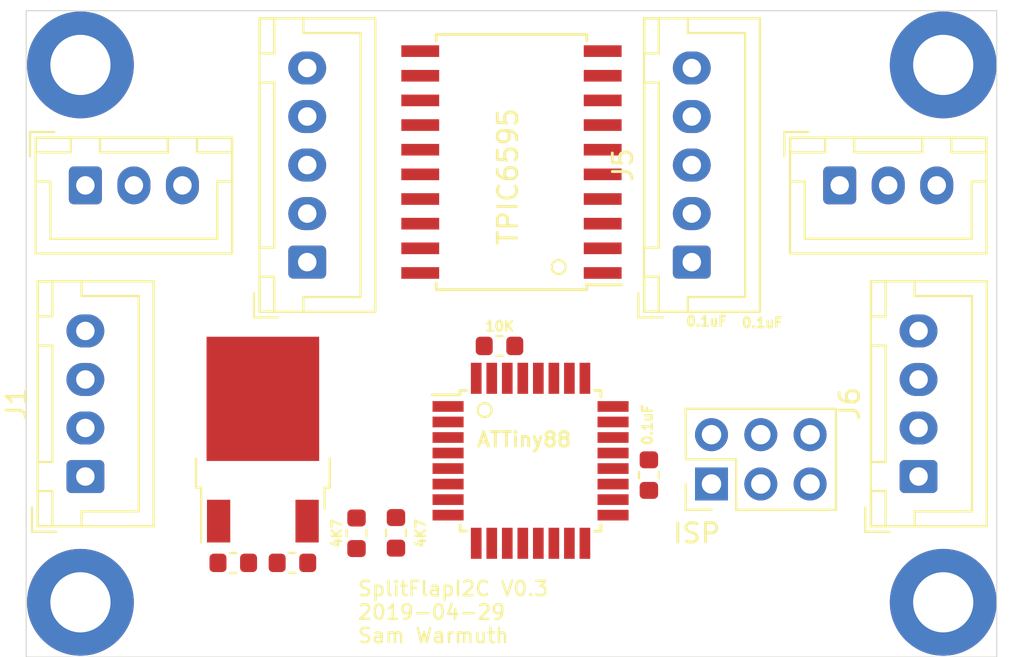
<source format=kicad_pcb>
(kicad_pcb (version 20171130) (host pcbnew "(5.1.0-0)")

  (general
    (thickness 1.6)
    (drawings 16)
    (tracks 4)
    (zones 0)
    (modules 16)
    (nets 42)
  )

  (page A4)
  (layers
    (0 F.Cu signal)
    (31 B.Cu signal)
    (32 B.Adhes user)
    (33 F.Adhes user)
    (34 B.Paste user)
    (35 F.Paste user)
    (36 B.SilkS user)
    (37 F.SilkS user)
    (38 B.Mask user)
    (39 F.Mask user)
    (40 Dwgs.User user)
    (41 Cmts.User user)
    (42 Eco1.User user)
    (43 Eco2.User user)
    (44 Edge.Cuts user)
    (45 Margin user)
    (46 B.CrtYd user)
    (47 F.CrtYd user)
    (48 B.Fab user)
    (49 F.Fab user)
  )

  (setup
    (last_trace_width 0.25)
    (user_trace_width 0.5)
    (user_trace_width 2)
    (trace_clearance 0.2)
    (zone_clearance 0.508)
    (zone_45_only no)
    (trace_min 0.2)
    (via_size 0.8)
    (via_drill 0.4)
    (via_min_size 0.4)
    (via_min_drill 0.3)
    (user_via 2 0.5)
    (user_via 5.5 3.1)
    (uvia_size 0.3)
    (uvia_drill 0.1)
    (uvias_allowed no)
    (uvia_min_size 0.2)
    (uvia_min_drill 0.1)
    (edge_width 0.05)
    (segment_width 0.2)
    (pcb_text_width 0.3)
    (pcb_text_size 1.5 1.5)
    (mod_edge_width 0.12)
    (mod_text_size 1 1)
    (mod_text_width 0.15)
    (pad_size 1.2 1.2)
    (pad_drill 1.2)
    (pad_to_mask_clearance 0.051)
    (solder_mask_min_width 0.25)
    (aux_axis_origin 0 0)
    (grid_origin 100 100)
    (visible_elements FFFDFF7F)
    (pcbplotparams
      (layerselection 0x010ec_ffffffff)
      (usegerberextensions false)
      (usegerberattributes false)
      (usegerberadvancedattributes false)
      (creategerberjobfile false)
      (excludeedgelayer true)
      (linewidth 0.100000)
      (plotframeref false)
      (viasonmask false)
      (mode 1)
      (useauxorigin false)
      (hpglpennumber 1)
      (hpglpenspeed 20)
      (hpglpendiameter 15.000000)
      (psnegative false)
      (psa4output false)
      (plotreference true)
      (plotvalue true)
      (plotinvisibletext false)
      (padsonsilk false)
      (subtractmaskfromsilk false)
      (outputformat 1)
      (mirror false)
      (drillshape 0)
      (scaleselection 1)
      (outputdirectory "./"))
  )

  (net 0 "")
  (net 1 GND)
  (net 2 +5V)
  (net 3 +12V)
  (net 4 SCL)
  (net 5 SDA)
  (net 6 "Net-(J2-Pad3)")
  (net 7 "Net-(J3-Pad3)")
  (net 8 "Net-(J4-Pad1)")
  (net 9 "Net-(J4-Pad2)")
  (net 10 "Net-(J4-Pad3)")
  (net 11 "Net-(J4-Pad4)")
  (net 12 "Net-(J5-Pad4)")
  (net 13 "Net-(J5-Pad3)")
  (net 14 "Net-(J5-Pad2)")
  (net 15 "Net-(J5-Pad1)")
  (net 16 MISO)
  (net 17 "Net-(J7-Pad2)")
  (net 18 SCK)
  (net 19 MOSI)
  (net 20 RST)
  (net 21 "Net-(U2-Pad2)")
  (net 22 "Net-(U2-Pad3)")
  (net 23 "Net-(U2-Pad6)")
  (net 24 "Net-(U2-Pad7)")
  (net 25 "Net-(U2-Pad8)")
  (net 26 "Net-(U2-Pad9)")
  (net 27 "Net-(U2-Pad10)")
  (net 28 "Net-(U2-Pad11)")
  (net 29 "Net-(U2-Pad12)")
  (net 30 TPIC-ENABLE)
  (net 31 SS)
  (net 32 "Net-(U2-Pad19)")
  (net 33 "Net-(U2-Pad20)")
  (net 34 "Net-(U2-Pad22)")
  (net 35 "Net-(U2-Pad23)")
  (net 36 "Net-(U2-Pad24)")
  (net 37 "Net-(U2-Pad25)")
  (net 38 "Net-(U2-Pad26)")
  (net 39 "Net-(U2-Pad30)")
  (net 40 "Net-(U2-Pad31)")
  (net 41 "Net-(U3-Pad18)")

  (net_class Default "This is the default net class."
    (clearance 0.2)
    (trace_width 0.25)
    (via_dia 0.8)
    (via_drill 0.4)
    (uvia_dia 0.3)
    (uvia_drill 0.1)
    (add_net +12V)
    (add_net +5V)
    (add_net GND)
    (add_net MISO)
    (add_net MOSI)
    (add_net "Net-(J2-Pad3)")
    (add_net "Net-(J3-Pad3)")
    (add_net "Net-(J4-Pad1)")
    (add_net "Net-(J4-Pad2)")
    (add_net "Net-(J4-Pad3)")
    (add_net "Net-(J4-Pad4)")
    (add_net "Net-(J5-Pad1)")
    (add_net "Net-(J5-Pad2)")
    (add_net "Net-(J5-Pad3)")
    (add_net "Net-(J5-Pad4)")
    (add_net "Net-(J7-Pad2)")
    (add_net "Net-(U2-Pad10)")
    (add_net "Net-(U2-Pad11)")
    (add_net "Net-(U2-Pad12)")
    (add_net "Net-(U2-Pad19)")
    (add_net "Net-(U2-Pad2)")
    (add_net "Net-(U2-Pad20)")
    (add_net "Net-(U2-Pad22)")
    (add_net "Net-(U2-Pad23)")
    (add_net "Net-(U2-Pad24)")
    (add_net "Net-(U2-Pad25)")
    (add_net "Net-(U2-Pad26)")
    (add_net "Net-(U2-Pad3)")
    (add_net "Net-(U2-Pad30)")
    (add_net "Net-(U2-Pad31)")
    (add_net "Net-(U2-Pad6)")
    (add_net "Net-(U2-Pad7)")
    (add_net "Net-(U2-Pad8)")
    (add_net "Net-(U2-Pad9)")
    (add_net "Net-(U3-Pad18)")
    (add_net RST)
    (add_net SCK)
    (add_net SCL)
    (add_net SDA)
    (add_net SS)
    (add_net TPIC-ENABLE)
  )

  (module Package_TO_SOT_SMD:TO-252-2 (layer F.Cu) (tedit 5A70A390) (tstamp 5CC78D5C)
    (at 112.192 122.098 90)
    (descr "TO-252 / DPAK SMD package, http://www.infineon.com/cms/en/product/packages/PG-TO252/PG-TO252-3-1/")
    (tags "DPAK TO-252 DPAK-3 TO-252-3 SOT-428")
    (path /5CC1DA23)
    (attr smd)
    (fp_text reference U1 (at 0 -4.5 90) (layer F.SilkS) hide
      (effects (font (size 1 1) (thickness 0.15)))
    )
    (fp_text value REGULATOR (at 0 4.5 90) (layer F.Fab)
      (effects (font (size 1 1) (thickness 0.15)))
    )
    (fp_text user %R (at 0 0 90) (layer F.Fab)
      (effects (font (size 1 1) (thickness 0.15)))
    )
    (fp_line (start 5.55 -3.5) (end -5.55 -3.5) (layer F.CrtYd) (width 0.05))
    (fp_line (start 5.55 3.5) (end 5.55 -3.5) (layer F.CrtYd) (width 0.05))
    (fp_line (start -5.55 3.5) (end 5.55 3.5) (layer F.CrtYd) (width 0.05))
    (fp_line (start -5.55 -3.5) (end -5.55 3.5) (layer F.CrtYd) (width 0.05))
    (fp_line (start -2.47 3.18) (end -3.57 3.18) (layer F.SilkS) (width 0.12))
    (fp_line (start -2.47 3.45) (end -2.47 3.18) (layer F.SilkS) (width 0.12))
    (fp_line (start -0.97 3.45) (end -2.47 3.45) (layer F.SilkS) (width 0.12))
    (fp_line (start -2.47 -3.18) (end -5.3 -3.18) (layer F.SilkS) (width 0.12))
    (fp_line (start -2.47 -3.45) (end -2.47 -3.18) (layer F.SilkS) (width 0.12))
    (fp_line (start -0.97 -3.45) (end -2.47 -3.45) (layer F.SilkS) (width 0.12))
    (fp_line (start -4.97 2.655) (end -2.27 2.655) (layer F.Fab) (width 0.1))
    (fp_line (start -4.97 1.905) (end -4.97 2.655) (layer F.Fab) (width 0.1))
    (fp_line (start -2.27 1.905) (end -4.97 1.905) (layer F.Fab) (width 0.1))
    (fp_line (start -4.97 -1.905) (end -2.27 -1.905) (layer F.Fab) (width 0.1))
    (fp_line (start -4.97 -2.655) (end -4.97 -1.905) (layer F.Fab) (width 0.1))
    (fp_line (start -1.865 -2.655) (end -4.97 -2.655) (layer F.Fab) (width 0.1))
    (fp_line (start -1.27 -3.25) (end 3.95 -3.25) (layer F.Fab) (width 0.1))
    (fp_line (start -2.27 -2.25) (end -1.27 -3.25) (layer F.Fab) (width 0.1))
    (fp_line (start -2.27 3.25) (end -2.27 -2.25) (layer F.Fab) (width 0.1))
    (fp_line (start 3.95 3.25) (end -2.27 3.25) (layer F.Fab) (width 0.1))
    (fp_line (start 3.95 -3.25) (end 3.95 3.25) (layer F.Fab) (width 0.1))
    (fp_line (start 4.95 2.7) (end 3.95 2.7) (layer F.Fab) (width 0.1))
    (fp_line (start 4.95 -2.7) (end 4.95 2.7) (layer F.Fab) (width 0.1))
    (fp_line (start 3.95 -2.7) (end 4.95 -2.7) (layer F.Fab) (width 0.1))
    (pad "" smd rect (at 0.425 1.525 90) (size 3.05 2.75) (layers F.Paste))
    (pad "" smd rect (at 3.775 -1.525 90) (size 3.05 2.75) (layers F.Paste))
    (pad "" smd rect (at 0.425 -1.525 90) (size 3.05 2.75) (layers F.Paste))
    (pad "" smd rect (at 3.775 1.525 90) (size 3.05 2.75) (layers F.Paste))
    (pad 2 smd rect (at 2.1 0 90) (size 6.4 5.8) (layers F.Cu F.Mask)
      (net 1 GND))
    (pad 3 smd rect (at -4.2 2.28 90) (size 2.2 1.2) (layers F.Cu F.Paste F.Mask)
      (net 2 +5V))
    (pad 1 smd rect (at -4.2 -2.28 90) (size 2.2 1.2) (layers F.Cu F.Paste F.Mask)
      (net 3 +12V))
    (model ${KISYS3DMOD}/Package_TO_SOT_SMD.3dshapes/TO-252-2.wrl
      (at (xyz 0 0 0))
      (scale (xyz 1 1 1))
      (rotate (xyz 0 0 0))
    )
  )

  (module Package_SO:SOIC-20W_7.5x12.8mm_P1.27mm (layer F.Cu) (tedit 5A02F2D3) (tstamp 5CC75DE5)
    (at 125 107.798 180)
    (descr "20-Lead Plastic Small Outline (SO) - Wide, 7.50 mm Body [SOIC] (see Microchip Packaging Specification 00000049BS.pdf)")
    (tags "SOIC 1.27")
    (path /5CC1439F)
    (attr smd)
    (fp_text reference U3 (at 0 -7.5 180) (layer F.SilkS) hide
      (effects (font (size 1 1) (thickness 0.15)))
    )
    (fp_text value TPIC6595 (at 0 7.5 180) (layer F.Fab)
      (effects (font (size 1 1) (thickness 0.15)))
    )
    (fp_text user %R (at 0 0 180) (layer F.Fab) hide
      (effects (font (size 1 1) (thickness 0.15)))
    )
    (fp_line (start -2.75 -6.4) (end 3.75 -6.4) (layer F.Fab) (width 0.15))
    (fp_line (start 3.75 -6.4) (end 3.75 6.4) (layer F.Fab) (width 0.15))
    (fp_line (start 3.75 6.4) (end -3.75 6.4) (layer F.Fab) (width 0.15))
    (fp_line (start -3.75 6.4) (end -3.75 -5.4) (layer F.Fab) (width 0.15))
    (fp_line (start -3.75 -5.4) (end -2.75 -6.4) (layer F.Fab) (width 0.15))
    (fp_line (start -5.95 -6.75) (end -5.95 6.75) (layer F.CrtYd) (width 0.05))
    (fp_line (start 5.95 -6.75) (end 5.95 6.75) (layer F.CrtYd) (width 0.05))
    (fp_line (start -5.95 -6.75) (end 5.95 -6.75) (layer F.CrtYd) (width 0.05))
    (fp_line (start -5.95 6.75) (end 5.95 6.75) (layer F.CrtYd) (width 0.05))
    (fp_line (start -3.875 -6.575) (end -3.875 -6.325) (layer F.SilkS) (width 0.15))
    (fp_line (start 3.875 -6.575) (end 3.875 -6.24) (layer F.SilkS) (width 0.15))
    (fp_line (start 3.875 6.575) (end 3.875 6.24) (layer F.SilkS) (width 0.15))
    (fp_line (start -3.875 6.575) (end -3.875 6.24) (layer F.SilkS) (width 0.15))
    (fp_line (start -3.875 -6.575) (end 3.875 -6.575) (layer F.SilkS) (width 0.15))
    (fp_line (start -3.875 6.575) (end 3.875 6.575) (layer F.SilkS) (width 0.15))
    (fp_line (start -3.875 -6.325) (end -5.675 -6.325) (layer F.SilkS) (width 0.15))
    (pad 1 smd rect (at -4.7 -5.715 180) (size 1.95 0.6) (layers F.Cu F.Paste F.Mask)
      (net 1 GND))
    (pad 2 smd rect (at -4.7 -4.445 180) (size 1.95 0.6) (layers F.Cu F.Paste F.Mask)
      (net 2 +5V))
    (pad 3 smd rect (at -4.7 -3.175 180) (size 1.95 0.6) (layers F.Cu F.Paste F.Mask)
      (net 19 MOSI))
    (pad 4 smd rect (at -4.7 -1.905 180) (size 1.95 0.6) (layers F.Cu F.Paste F.Mask)
      (net 15 "Net-(J5-Pad1)"))
    (pad 5 smd rect (at -4.7 -0.635 180) (size 1.95 0.6) (layers F.Cu F.Paste F.Mask)
      (net 14 "Net-(J5-Pad2)"))
    (pad 6 smd rect (at -4.7 0.635 180) (size 1.95 0.6) (layers F.Cu F.Paste F.Mask)
      (net 13 "Net-(J5-Pad3)"))
    (pad 7 smd rect (at -4.7 1.905 180) (size 1.95 0.6) (layers F.Cu F.Paste F.Mask)
      (net 12 "Net-(J5-Pad4)"))
    (pad 8 smd rect (at -4.7 3.175 180) (size 1.95 0.6) (layers F.Cu F.Paste F.Mask)
      (net 2 +5V))
    (pad 9 smd rect (at -4.7 4.445 180) (size 1.95 0.6) (layers F.Cu F.Paste F.Mask)
      (net 30 TPIC-ENABLE))
    (pad 10 smd rect (at -4.7 5.715 180) (size 1.95 0.6) (layers F.Cu F.Paste F.Mask)
      (net 1 GND))
    (pad 11 smd rect (at 4.7 5.715 180) (size 1.95 0.6) (layers F.Cu F.Paste F.Mask)
      (net 1 GND))
    (pad 12 smd rect (at 4.7 4.445 180) (size 1.95 0.6) (layers F.Cu F.Paste F.Mask)
      (net 31 SS))
    (pad 13 smd rect (at 4.7 3.175 180) (size 1.95 0.6) (layers F.Cu F.Paste F.Mask)
      (net 18 SCK))
    (pad 14 smd rect (at 4.7 1.905 180) (size 1.95 0.6) (layers F.Cu F.Paste F.Mask)
      (net 11 "Net-(J4-Pad4)"))
    (pad 15 smd rect (at 4.7 0.635 180) (size 1.95 0.6) (layers F.Cu F.Paste F.Mask)
      (net 10 "Net-(J4-Pad3)"))
    (pad 16 smd rect (at 4.7 -0.635 180) (size 1.95 0.6) (layers F.Cu F.Paste F.Mask)
      (net 9 "Net-(J4-Pad2)"))
    (pad 17 smd rect (at 4.7 -1.905 180) (size 1.95 0.6) (layers F.Cu F.Paste F.Mask)
      (net 8 "Net-(J4-Pad1)"))
    (pad 18 smd rect (at 4.7 -3.175 180) (size 1.95 0.6) (layers F.Cu F.Paste F.Mask)
      (net 41 "Net-(U3-Pad18)"))
    (pad 19 smd rect (at 4.7 -4.445 180) (size 1.95 0.6) (layers F.Cu F.Paste F.Mask)
      (net 1 GND))
    (pad 20 smd rect (at 4.7 -5.715 180) (size 1.95 0.6) (layers F.Cu F.Paste F.Mask)
      (net 1 GND))
    (model ${KISYS3DMOD}/Package_SO.3dshapes/SOIC-20W_7.5x12.8mm_P1.27mm.wrl
      (at (xyz 0 0 0))
      (scale (xyz 1 1 1))
      (rotate (xyz 0 0 0))
    )
  )

  (module Connector_PinHeader_2.54mm:PinHeader_2x03_P2.54mm_Vertical (layer F.Cu) (tedit 59FED5CC) (tstamp 5CC17077)
    (at 135.306 124.384 90)
    (descr "Through hole straight pin header, 2x03, 2.54mm pitch, double rows")
    (tags "Through hole pin header THT 2x03 2.54mm double row")
    (path /5CC7779B)
    (fp_text reference J7 (at 1.27 -2.33 90) (layer F.SilkS) hide
      (effects (font (size 1 1) (thickness 0.15)))
    )
    (fp_text value AVR-ISP-6 (at 1.27 7.41 90) (layer F.Fab)
      (effects (font (size 1 1) (thickness 0.15)))
    )
    (fp_line (start 0 -1.27) (end 3.81 -1.27) (layer F.Fab) (width 0.1))
    (fp_line (start 3.81 -1.27) (end 3.81 6.35) (layer F.Fab) (width 0.1))
    (fp_line (start 3.81 6.35) (end -1.27 6.35) (layer F.Fab) (width 0.1))
    (fp_line (start -1.27 6.35) (end -1.27 0) (layer F.Fab) (width 0.1))
    (fp_line (start -1.27 0) (end 0 -1.27) (layer F.Fab) (width 0.1))
    (fp_line (start -1.33 6.41) (end 3.87 6.41) (layer F.SilkS) (width 0.12))
    (fp_line (start -1.33 1.27) (end -1.33 6.41) (layer F.SilkS) (width 0.12))
    (fp_line (start 3.87 -1.33) (end 3.87 6.41) (layer F.SilkS) (width 0.12))
    (fp_line (start -1.33 1.27) (end 1.27 1.27) (layer F.SilkS) (width 0.12))
    (fp_line (start 1.27 1.27) (end 1.27 -1.33) (layer F.SilkS) (width 0.12))
    (fp_line (start 1.27 -1.33) (end 3.87 -1.33) (layer F.SilkS) (width 0.12))
    (fp_line (start -1.33 0) (end -1.33 -1.33) (layer F.SilkS) (width 0.12))
    (fp_line (start -1.33 -1.33) (end 0 -1.33) (layer F.SilkS) (width 0.12))
    (fp_line (start -1.8 -1.8) (end -1.8 6.85) (layer F.CrtYd) (width 0.05))
    (fp_line (start -1.8 6.85) (end 4.35 6.85) (layer F.CrtYd) (width 0.05))
    (fp_line (start 4.35 6.85) (end 4.35 -1.8) (layer F.CrtYd) (width 0.05))
    (fp_line (start 4.35 -1.8) (end -1.8 -1.8) (layer F.CrtYd) (width 0.05))
    (fp_text user %R (at 1.27 2.54 180) (layer F.Fab) hide
      (effects (font (size 1 1) (thickness 0.15)))
    )
    (pad 1 thru_hole rect (at 0 0 90) (size 1.7 1.7) (drill 1) (layers *.Cu *.Mask)
      (net 16 MISO))
    (pad 2 thru_hole oval (at 2.54 0 90) (size 1.7 1.7) (drill 1) (layers *.Cu *.Mask)
      (net 17 "Net-(J7-Pad2)"))
    (pad 3 thru_hole oval (at 0 2.54 90) (size 1.7 1.7) (drill 1) (layers *.Cu *.Mask)
      (net 18 SCK))
    (pad 4 thru_hole oval (at 2.54 2.54 90) (size 1.7 1.7) (drill 1) (layers *.Cu *.Mask)
      (net 19 MOSI))
    (pad 5 thru_hole oval (at 0 5.08 90) (size 1.7 1.7) (drill 1) (layers *.Cu *.Mask)
      (net 20 RST))
    (pad 6 thru_hole oval (at 2.54 5.08 90) (size 1.7 1.7) (drill 1) (layers *.Cu *.Mask)
      (net 1 GND))
    (model ${KISYS3DMOD}/Connector_PinHeader_2.54mm.3dshapes/PinHeader_2x03_P2.54mm_Vertical.wrl
      (at (xyz 0 0 0))
      (scale (xyz 1 1 1))
      (rotate (xyz 0 0 0))
    )
  )

  (module Package_QFP:TQFP-32_7x7mm_P0.8mm (layer F.Cu) (tedit 5A02F146) (tstamp 5CC7925F)
    (at 125.984 123.19)
    (descr "32-Lead Plastic Thin Quad Flatpack (PT) - 7x7x1.0 mm Body, 2.00 mm [TQFP] (see Microchip Packaging Specification 00000049BS.pdf)")
    (tags "QFP 0.8")
    (path /5CC10A0D)
    (attr smd)
    (fp_text reference U2 (at 0 -6.05) (layer F.SilkS) hide
      (effects (font (size 1 1) (thickness 0.15)))
    )
    (fp_text value ATtiny88-AU (at 0 6.05) (layer F.Fab)
      (effects (font (size 1 1) (thickness 0.15)))
    )
    (fp_text user %R (at 0 0) (layer F.Fab) hide
      (effects (font (size 1 1) (thickness 0.15)))
    )
    (fp_line (start -2.5 -3.5) (end 3.5 -3.5) (layer F.Fab) (width 0.15))
    (fp_line (start 3.5 -3.5) (end 3.5 3.5) (layer F.Fab) (width 0.15))
    (fp_line (start 3.5 3.5) (end -3.5 3.5) (layer F.Fab) (width 0.15))
    (fp_line (start -3.5 3.5) (end -3.5 -2.5) (layer F.Fab) (width 0.15))
    (fp_line (start -3.5 -2.5) (end -2.5 -3.5) (layer F.Fab) (width 0.15))
    (fp_line (start -5.3 -5.3) (end -5.3 5.3) (layer F.CrtYd) (width 0.05))
    (fp_line (start 5.3 -5.3) (end 5.3 5.3) (layer F.CrtYd) (width 0.05))
    (fp_line (start -5.3 -5.3) (end 5.3 -5.3) (layer F.CrtYd) (width 0.05))
    (fp_line (start -5.3 5.3) (end 5.3 5.3) (layer F.CrtYd) (width 0.05))
    (fp_line (start -3.625 -3.625) (end -3.625 -3.4) (layer F.SilkS) (width 0.15))
    (fp_line (start 3.625 -3.625) (end 3.625 -3.3) (layer F.SilkS) (width 0.15))
    (fp_line (start 3.625 3.625) (end 3.625 3.3) (layer F.SilkS) (width 0.15))
    (fp_line (start -3.625 3.625) (end -3.625 3.3) (layer F.SilkS) (width 0.15))
    (fp_line (start -3.625 -3.625) (end -3.3 -3.625) (layer F.SilkS) (width 0.15))
    (fp_line (start -3.625 3.625) (end -3.3 3.625) (layer F.SilkS) (width 0.15))
    (fp_line (start 3.625 3.625) (end 3.3 3.625) (layer F.SilkS) (width 0.15))
    (fp_line (start 3.625 -3.625) (end 3.3 -3.625) (layer F.SilkS) (width 0.15))
    (fp_line (start -3.625 -3.4) (end -5.05 -3.4) (layer F.SilkS) (width 0.15))
    (pad 1 smd rect (at -4.25 -2.8) (size 1.6 0.55) (layers F.Cu F.Paste F.Mask)
      (net 7 "Net-(J3-Pad3)"))
    (pad 2 smd rect (at -4.25 -2) (size 1.6 0.55) (layers F.Cu F.Paste F.Mask)
      (net 21 "Net-(U2-Pad2)"))
    (pad 3 smd rect (at -4.25 -1.2) (size 1.6 0.55) (layers F.Cu F.Paste F.Mask)
      (net 22 "Net-(U2-Pad3)"))
    (pad 4 smd rect (at -4.25 -0.4) (size 1.6 0.55) (layers F.Cu F.Paste F.Mask)
      (net 2 +5V))
    (pad 5 smd rect (at -4.25 0.4) (size 1.6 0.55) (layers F.Cu F.Paste F.Mask)
      (net 1 GND))
    (pad 6 smd rect (at -4.25 1.2) (size 1.6 0.55) (layers F.Cu F.Paste F.Mask)
      (net 23 "Net-(U2-Pad6)"))
    (pad 7 smd rect (at -4.25 2) (size 1.6 0.55) (layers F.Cu F.Paste F.Mask)
      (net 24 "Net-(U2-Pad7)"))
    (pad 8 smd rect (at -4.25 2.8) (size 1.6 0.55) (layers F.Cu F.Paste F.Mask)
      (net 25 "Net-(U2-Pad8)"))
    (pad 9 smd rect (at -2.8 4.25 90) (size 1.6 0.55) (layers F.Cu F.Paste F.Mask)
      (net 26 "Net-(U2-Pad9)"))
    (pad 10 smd rect (at -2 4.25 90) (size 1.6 0.55) (layers F.Cu F.Paste F.Mask)
      (net 27 "Net-(U2-Pad10)"))
    (pad 11 smd rect (at -1.2 4.25 90) (size 1.6 0.55) (layers F.Cu F.Paste F.Mask)
      (net 28 "Net-(U2-Pad11)"))
    (pad 12 smd rect (at -0.4 4.25 90) (size 1.6 0.55) (layers F.Cu F.Paste F.Mask)
      (net 29 "Net-(U2-Pad12)"))
    (pad 13 smd rect (at 0.4 4.25 90) (size 1.6 0.55) (layers F.Cu F.Paste F.Mask)
      (net 30 TPIC-ENABLE))
    (pad 14 smd rect (at 1.2 4.25 90) (size 1.6 0.55) (layers F.Cu F.Paste F.Mask)
      (net 31 SS))
    (pad 15 smd rect (at 2 4.25 90) (size 1.6 0.55) (layers F.Cu F.Paste F.Mask)
      (net 19 MOSI))
    (pad 16 smd rect (at 2.8 4.25 90) (size 1.6 0.55) (layers F.Cu F.Paste F.Mask)
      (net 16 MISO))
    (pad 17 smd rect (at 4.25 2.8) (size 1.6 0.55) (layers F.Cu F.Paste F.Mask)
      (net 18 SCK))
    (pad 18 smd rect (at 4.25 2) (size 1.6 0.55) (layers F.Cu F.Paste F.Mask)
      (net 2 +5V))
    (pad 19 smd rect (at 4.25 1.2) (size 1.6 0.55) (layers F.Cu F.Paste F.Mask)
      (net 32 "Net-(U2-Pad19)"))
    (pad 20 smd rect (at 4.25 0.4) (size 1.6 0.55) (layers F.Cu F.Paste F.Mask)
      (net 33 "Net-(U2-Pad20)"))
    (pad 21 smd rect (at 4.25 -0.4) (size 1.6 0.55) (layers F.Cu F.Paste F.Mask)
      (net 1 GND))
    (pad 22 smd rect (at 4.25 -1.2) (size 1.6 0.55) (layers F.Cu F.Paste F.Mask)
      (net 34 "Net-(U2-Pad22)"))
    (pad 23 smd rect (at 4.25 -2) (size 1.6 0.55) (layers F.Cu F.Paste F.Mask)
      (net 35 "Net-(U2-Pad23)"))
    (pad 24 smd rect (at 4.25 -2.8) (size 1.6 0.55) (layers F.Cu F.Paste F.Mask)
      (net 36 "Net-(U2-Pad24)"))
    (pad 25 smd rect (at 2.8 -4.25 90) (size 1.6 0.55) (layers F.Cu F.Paste F.Mask)
      (net 37 "Net-(U2-Pad25)"))
    (pad 26 smd rect (at 2 -4.25 90) (size 1.6 0.55) (layers F.Cu F.Paste F.Mask)
      (net 38 "Net-(U2-Pad26)"))
    (pad 27 smd rect (at 1.2 -4.25 90) (size 1.6 0.55) (layers F.Cu F.Paste F.Mask)
      (net 5 SDA))
    (pad 28 smd rect (at 0.4 -4.25 90) (size 1.6 0.55) (layers F.Cu F.Paste F.Mask)
      (net 4 SCL))
    (pad 29 smd rect (at -0.4 -4.25 90) (size 1.6 0.55) (layers F.Cu F.Paste F.Mask)
      (net 20 RST))
    (pad 30 smd rect (at -1.2 -4.25 90) (size 1.6 0.55) (layers F.Cu F.Paste F.Mask)
      (net 39 "Net-(U2-Pad30)"))
    (pad 31 smd rect (at -2 -4.25 90) (size 1.6 0.55) (layers F.Cu F.Paste F.Mask)
      (net 40 "Net-(U2-Pad31)"))
    (pad 32 smd rect (at -2.8 -4.25 90) (size 1.6 0.55) (layers F.Cu F.Paste F.Mask)
      (net 6 "Net-(J2-Pad3)"))
    (model ${KISYS3DMOD}/Package_QFP.3dshapes/TQFP-32_7x7mm_P0.8mm.wrl
      (at (xyz 0 0 0))
      (scale (xyz 1 1 1))
      (rotate (xyz 0 0 0))
    )
  )

  (module Capacitor_SMD:C_0603_1608Metric (layer F.Cu) (tedit 5B301BBE) (tstamp 5CC78D19)
    (at 113.716 128.448)
    (descr "Capacitor SMD 0603 (1608 Metric), square (rectangular) end terminal, IPC_7351 nominal, (Body size source: http://www.tortai-tech.com/upload/download/2011102023233369053.pdf), generated with kicad-footprint-generator")
    (tags capacitor)
    (path /5CC6F529)
    (attr smd)
    (fp_text reference C1 (at 0 -1.43) (layer F.SilkS) hide
      (effects (font (size 1 1) (thickness 0.15)))
    )
    (fp_text value 0.1uF (at 0 1.43) (layer F.Fab)
      (effects (font (size 1 1) (thickness 0.15)))
    )
    (fp_line (start -0.8 0.4) (end -0.8 -0.4) (layer F.Fab) (width 0.1))
    (fp_line (start -0.8 -0.4) (end 0.8 -0.4) (layer F.Fab) (width 0.1))
    (fp_line (start 0.8 -0.4) (end 0.8 0.4) (layer F.Fab) (width 0.1))
    (fp_line (start 0.8 0.4) (end -0.8 0.4) (layer F.Fab) (width 0.1))
    (fp_line (start -0.162779 -0.51) (end 0.162779 -0.51) (layer F.SilkS) (width 0.12))
    (fp_line (start -0.162779 0.51) (end 0.162779 0.51) (layer F.SilkS) (width 0.12))
    (fp_line (start -1.48 0.73) (end -1.48 -0.73) (layer F.CrtYd) (width 0.05))
    (fp_line (start -1.48 -0.73) (end 1.48 -0.73) (layer F.CrtYd) (width 0.05))
    (fp_line (start 1.48 -0.73) (end 1.48 0.73) (layer F.CrtYd) (width 0.05))
    (fp_line (start 1.48 0.73) (end -1.48 0.73) (layer F.CrtYd) (width 0.05))
    (fp_text user %R (at 0 0) (layer F.Fab)
      (effects (font (size 0.4 0.4) (thickness 0.06)))
    )
    (pad 1 smd roundrect (at -0.7875 0) (size 0.875 0.95) (layers F.Cu F.Paste F.Mask) (roundrect_rratio 0.25)
      (net 1 GND))
    (pad 2 smd roundrect (at 0.7875 0) (size 0.875 0.95) (layers F.Cu F.Paste F.Mask) (roundrect_rratio 0.25)
      (net 2 +5V))
    (model ${KISYS3DMOD}/Capacitor_SMD.3dshapes/C_0603_1608Metric.wrl
      (at (xyz 0 0 0))
      (scale (xyz 1 1 1))
      (rotate (xyz 0 0 0))
    )
  )

  (module Capacitor_SMD:C_0603_1608Metric (layer F.Cu) (tedit 5B301BBE) (tstamp 5CC78CE9)
    (at 110.668 128.448)
    (descr "Capacitor SMD 0603 (1608 Metric), square (rectangular) end terminal, IPC_7351 nominal, (Body size source: http://www.tortai-tech.com/upload/download/2011102023233369053.pdf), generated with kicad-footprint-generator")
    (tags capacitor)
    (path /5CC1F5A7)
    (attr smd)
    (fp_text reference C2 (at 0 -1.43) (layer F.SilkS) hide
      (effects (font (size 1 1) (thickness 0.15)))
    )
    (fp_text value 0.1uF (at 0 1.43) (layer F.Fab)
      (effects (font (size 1 1) (thickness 0.15)))
    )
    (fp_line (start -0.8 0.4) (end -0.8 -0.4) (layer F.Fab) (width 0.1))
    (fp_line (start -0.8 -0.4) (end 0.8 -0.4) (layer F.Fab) (width 0.1))
    (fp_line (start 0.8 -0.4) (end 0.8 0.4) (layer F.Fab) (width 0.1))
    (fp_line (start 0.8 0.4) (end -0.8 0.4) (layer F.Fab) (width 0.1))
    (fp_line (start -0.162779 -0.51) (end 0.162779 -0.51) (layer F.SilkS) (width 0.12))
    (fp_line (start -0.162779 0.51) (end 0.162779 0.51) (layer F.SilkS) (width 0.12))
    (fp_line (start -1.48 0.73) (end -1.48 -0.73) (layer F.CrtYd) (width 0.05))
    (fp_line (start -1.48 -0.73) (end 1.48 -0.73) (layer F.CrtYd) (width 0.05))
    (fp_line (start 1.48 -0.73) (end 1.48 0.73) (layer F.CrtYd) (width 0.05))
    (fp_line (start 1.48 0.73) (end -1.48 0.73) (layer F.CrtYd) (width 0.05))
    (fp_text user %R (at 0 0) (layer F.Fab)
      (effects (font (size 0.4 0.4) (thickness 0.06)))
    )
    (pad 1 smd roundrect (at -0.7875 0) (size 0.875 0.95) (layers F.Cu F.Paste F.Mask) (roundrect_rratio 0.25)
      (net 3 +12V))
    (pad 2 smd roundrect (at 0.7875 0) (size 0.875 0.95) (layers F.Cu F.Paste F.Mask) (roundrect_rratio 0.25)
      (net 1 GND))
    (model ${KISYS3DMOD}/Capacitor_SMD.3dshapes/C_0603_1608Metric.wrl
      (at (xyz 0 0 0))
      (scale (xyz 1 1 1))
      (rotate (xyz 0 0 0))
    )
  )

  (module Capacitor_SMD:C_0603_1608Metric (layer F.Cu) (tedit 5B301BBE) (tstamp 5CC79209)
    (at 132.08 123.9265 90)
    (descr "Capacitor SMD 0603 (1608 Metric), square (rectangular) end terminal, IPC_7351 nominal, (Body size source: http://www.tortai-tech.com/upload/download/2011102023233369053.pdf), generated with kicad-footprint-generator")
    (tags capacitor)
    (path /5CC6BBE9)
    (attr smd)
    (fp_text reference C3 (at 0 -1.43 90) (layer F.SilkS) hide
      (effects (font (size 1 1) (thickness 0.15)))
    )
    (fp_text value 0.1uF (at 0 1.43 90) (layer F.Fab)
      (effects (font (size 1 1) (thickness 0.15)))
    )
    (fp_text user %R (at 0 0 90) (layer F.Fab)
      (effects (font (size 0.4 0.4) (thickness 0.06)))
    )
    (fp_line (start 1.48 0.73) (end -1.48 0.73) (layer F.CrtYd) (width 0.05))
    (fp_line (start 1.48 -0.73) (end 1.48 0.73) (layer F.CrtYd) (width 0.05))
    (fp_line (start -1.48 -0.73) (end 1.48 -0.73) (layer F.CrtYd) (width 0.05))
    (fp_line (start -1.48 0.73) (end -1.48 -0.73) (layer F.CrtYd) (width 0.05))
    (fp_line (start -0.162779 0.51) (end 0.162779 0.51) (layer F.SilkS) (width 0.12))
    (fp_line (start -0.162779 -0.51) (end 0.162779 -0.51) (layer F.SilkS) (width 0.12))
    (fp_line (start 0.8 0.4) (end -0.8 0.4) (layer F.Fab) (width 0.1))
    (fp_line (start 0.8 -0.4) (end 0.8 0.4) (layer F.Fab) (width 0.1))
    (fp_line (start -0.8 -0.4) (end 0.8 -0.4) (layer F.Fab) (width 0.1))
    (fp_line (start -0.8 0.4) (end -0.8 -0.4) (layer F.Fab) (width 0.1))
    (pad 2 smd roundrect (at 0.7875 0 90) (size 0.875 0.95) (layers F.Cu F.Paste F.Mask) (roundrect_rratio 0.25)
      (net 1 GND))
    (pad 1 smd roundrect (at -0.7875 0 90) (size 0.875 0.95) (layers F.Cu F.Paste F.Mask) (roundrect_rratio 0.25)
      (net 2 +5V))
    (model ${KISYS3DMOD}/Capacitor_SMD.3dshapes/C_0603_1608Metric.wrl
      (at (xyz 0 0 0))
      (scale (xyz 1 1 1))
      (rotate (xyz 0 0 0))
    )
  )

  (module Resistor_SMD:R_0603_1608Metric (layer F.Cu) (tedit 5B301BBD) (tstamp 5CC791D9)
    (at 124.384 117.272 180)
    (descr "Resistor SMD 0603 (1608 Metric), square (rectangular) end terminal, IPC_7351 nominal, (Body size source: http://www.tortai-tech.com/upload/download/2011102023233369053.pdf), generated with kicad-footprint-generator")
    (tags resistor)
    (path /5CC48A9E)
    (attr smd)
    (fp_text reference R1 (at 0 -1.43 180) (layer F.SilkS) hide
      (effects (font (size 1 1) (thickness 0.15)))
    )
    (fp_text value 10K (at 0 1.43 180) (layer F.Fab)
      (effects (font (size 1 1) (thickness 0.15)))
    )
    (fp_line (start -0.8 0.4) (end -0.8 -0.4) (layer F.Fab) (width 0.1))
    (fp_line (start -0.8 -0.4) (end 0.8 -0.4) (layer F.Fab) (width 0.1))
    (fp_line (start 0.8 -0.4) (end 0.8 0.4) (layer F.Fab) (width 0.1))
    (fp_line (start 0.8 0.4) (end -0.8 0.4) (layer F.Fab) (width 0.1))
    (fp_line (start -0.162779 -0.51) (end 0.162779 -0.51) (layer F.SilkS) (width 0.12))
    (fp_line (start -0.162779 0.51) (end 0.162779 0.51) (layer F.SilkS) (width 0.12))
    (fp_line (start -1.48 0.73) (end -1.48 -0.73) (layer F.CrtYd) (width 0.05))
    (fp_line (start -1.48 -0.73) (end 1.48 -0.73) (layer F.CrtYd) (width 0.05))
    (fp_line (start 1.48 -0.73) (end 1.48 0.73) (layer F.CrtYd) (width 0.05))
    (fp_line (start 1.48 0.73) (end -1.48 0.73) (layer F.CrtYd) (width 0.05))
    (fp_text user %R (at 0 0 180) (layer F.Fab)
      (effects (font (size 0.4 0.4) (thickness 0.06)))
    )
    (pad 1 smd roundrect (at -0.7875 0 180) (size 0.875 0.95) (layers F.Cu F.Paste F.Mask) (roundrect_rratio 0.25)
      (net 20 RST))
    (pad 2 smd roundrect (at 0.7875 0 180) (size 0.875 0.95) (layers F.Cu F.Paste F.Mask) (roundrect_rratio 0.25)
      (net 2 +5V))
    (model ${KISYS3DMOD}/Resistor_SMD.3dshapes/R_0603_1608Metric.wrl
      (at (xyz 0 0 0))
      (scale (xyz 1 1 1))
      (rotate (xyz 0 0 0))
    )
  )

  (module Resistor_SMD:R_0603_1608Metric (layer F.Cu) (tedit 5B301BBD) (tstamp 5CC78CB9)
    (at 117.018 126.924 270)
    (descr "Resistor SMD 0603 (1608 Metric), square (rectangular) end terminal, IPC_7351 nominal, (Body size source: http://www.tortai-tech.com/upload/download/2011102023233369053.pdf), generated with kicad-footprint-generator")
    (tags resistor)
    (path /5CC6D9CB)
    (attr smd)
    (fp_text reference R2 (at 0 -1.43 270) (layer F.SilkS) hide
      (effects (font (size 1 1) (thickness 0.15)))
    )
    (fp_text value 4K7 (at 0 1.43 270) (layer F.Fab)
      (effects (font (size 1 1) (thickness 0.15)))
    )
    (fp_line (start -0.8 0.4) (end -0.8 -0.4) (layer F.Fab) (width 0.1))
    (fp_line (start -0.8 -0.4) (end 0.8 -0.4) (layer F.Fab) (width 0.1))
    (fp_line (start 0.8 -0.4) (end 0.8 0.4) (layer F.Fab) (width 0.1))
    (fp_line (start 0.8 0.4) (end -0.8 0.4) (layer F.Fab) (width 0.1))
    (fp_line (start -0.162779 -0.51) (end 0.162779 -0.51) (layer F.SilkS) (width 0.12))
    (fp_line (start -0.162779 0.51) (end 0.162779 0.51) (layer F.SilkS) (width 0.12))
    (fp_line (start -1.48 0.73) (end -1.48 -0.73) (layer F.CrtYd) (width 0.05))
    (fp_line (start -1.48 -0.73) (end 1.48 -0.73) (layer F.CrtYd) (width 0.05))
    (fp_line (start 1.48 -0.73) (end 1.48 0.73) (layer F.CrtYd) (width 0.05))
    (fp_line (start 1.48 0.73) (end -1.48 0.73) (layer F.CrtYd) (width 0.05))
    (fp_text user %R (at 0 0 270) (layer F.Fab)
      (effects (font (size 0.4 0.4) (thickness 0.06)))
    )
    (pad 1 smd roundrect (at -0.7875 0 270) (size 0.875 0.95) (layers F.Cu F.Paste F.Mask) (roundrect_rratio 0.25)
      (net 5 SDA))
    (pad 2 smd roundrect (at 0.7875 0 270) (size 0.875 0.95) (layers F.Cu F.Paste F.Mask) (roundrect_rratio 0.25)
      (net 2 +5V))
    (model ${KISYS3DMOD}/Resistor_SMD.3dshapes/R_0603_1608Metric.wrl
      (at (xyz 0 0 0))
      (scale (xyz 1 1 1))
      (rotate (xyz 0 0 0))
    )
  )

  (module Resistor_SMD:R_0603_1608Metric (layer F.Cu) (tedit 5B301BBD) (tstamp 5CC78C89)
    (at 119.05 126.902 270)
    (descr "Resistor SMD 0603 (1608 Metric), square (rectangular) end terminal, IPC_7351 nominal, (Body size source: http://www.tortai-tech.com/upload/download/2011102023233369053.pdf), generated with kicad-footprint-generator")
    (tags resistor)
    (path /5CC6DB71)
    (attr smd)
    (fp_text reference R3 (at 0 -1.43 270) (layer F.SilkS) hide
      (effects (font (size 1 1) (thickness 0.15)))
    )
    (fp_text value 4K7 (at 0 1.43 270) (layer F.Fab)
      (effects (font (size 1 1) (thickness 0.15)))
    )
    (fp_text user %R (at 0 0 270) (layer F.Fab)
      (effects (font (size 0.4 0.4) (thickness 0.06)))
    )
    (fp_line (start 1.48 0.73) (end -1.48 0.73) (layer F.CrtYd) (width 0.05))
    (fp_line (start 1.48 -0.73) (end 1.48 0.73) (layer F.CrtYd) (width 0.05))
    (fp_line (start -1.48 -0.73) (end 1.48 -0.73) (layer F.CrtYd) (width 0.05))
    (fp_line (start -1.48 0.73) (end -1.48 -0.73) (layer F.CrtYd) (width 0.05))
    (fp_line (start -0.162779 0.51) (end 0.162779 0.51) (layer F.SilkS) (width 0.12))
    (fp_line (start -0.162779 -0.51) (end 0.162779 -0.51) (layer F.SilkS) (width 0.12))
    (fp_line (start 0.8 0.4) (end -0.8 0.4) (layer F.Fab) (width 0.1))
    (fp_line (start 0.8 -0.4) (end 0.8 0.4) (layer F.Fab) (width 0.1))
    (fp_line (start -0.8 -0.4) (end 0.8 -0.4) (layer F.Fab) (width 0.1))
    (fp_line (start -0.8 0.4) (end -0.8 -0.4) (layer F.Fab) (width 0.1))
    (pad 2 smd roundrect (at 0.7875 0 270) (size 0.875 0.95) (layers F.Cu F.Paste F.Mask) (roundrect_rratio 0.25)
      (net 2 +5V))
    (pad 1 smd roundrect (at -0.7875 0 270) (size 0.875 0.95) (layers F.Cu F.Paste F.Mask) (roundrect_rratio 0.25)
      (net 4 SCL))
    (model ${KISYS3DMOD}/Resistor_SMD.3dshapes/R_0603_1608Metric.wrl
      (at (xyz 0 0 0))
      (scale (xyz 1 1 1))
      (rotate (xyz 0 0 0))
    )
  )

  (module Connector_JST:JST_XH_B4B-XH-A_1x04_P2.50mm_Vertical (layer F.Cu) (tedit 5C28146C) (tstamp 5CC7B1E6)
    (at 103.048 124 90)
    (descr "JST XH series connector, B4B-XH-A (http://www.jst-mfg.com/product/pdf/eng/eXH.pdf), generated with kicad-footprint-generator")
    (tags "connector JST XH vertical")
    (path /5CC15B7D)
    (fp_text reference J1 (at 3.75 -3.55 90) (layer F.SilkS)
      (effects (font (size 1 1) (thickness 0.15)))
    )
    (fp_text value "INPUT CONN" (at 3.75 4.6 90) (layer F.Fab)
      (effects (font (size 1 1) (thickness 0.15)))
    )
    (fp_text user %R (at 3.75 2.7 90) (layer F.Fab)
      (effects (font (size 1 1) (thickness 0.15)))
    )
    (fp_line (start -2.85 -2.75) (end -2.85 -1.5) (layer F.SilkS) (width 0.12))
    (fp_line (start -1.6 -2.75) (end -2.85 -2.75) (layer F.SilkS) (width 0.12))
    (fp_line (start 9.3 2.75) (end 3.75 2.75) (layer F.SilkS) (width 0.12))
    (fp_line (start 9.3 -0.2) (end 9.3 2.75) (layer F.SilkS) (width 0.12))
    (fp_line (start 10.05 -0.2) (end 9.3 -0.2) (layer F.SilkS) (width 0.12))
    (fp_line (start -1.8 2.75) (end 3.75 2.75) (layer F.SilkS) (width 0.12))
    (fp_line (start -1.8 -0.2) (end -1.8 2.75) (layer F.SilkS) (width 0.12))
    (fp_line (start -2.55 -0.2) (end -1.8 -0.2) (layer F.SilkS) (width 0.12))
    (fp_line (start 10.05 -2.45) (end 8.25 -2.45) (layer F.SilkS) (width 0.12))
    (fp_line (start 10.05 -1.7) (end 10.05 -2.45) (layer F.SilkS) (width 0.12))
    (fp_line (start 8.25 -1.7) (end 10.05 -1.7) (layer F.SilkS) (width 0.12))
    (fp_line (start 8.25 -2.45) (end 8.25 -1.7) (layer F.SilkS) (width 0.12))
    (fp_line (start -0.75 -2.45) (end -2.55 -2.45) (layer F.SilkS) (width 0.12))
    (fp_line (start -0.75 -1.7) (end -0.75 -2.45) (layer F.SilkS) (width 0.12))
    (fp_line (start -2.55 -1.7) (end -0.75 -1.7) (layer F.SilkS) (width 0.12))
    (fp_line (start -2.55 -2.45) (end -2.55 -1.7) (layer F.SilkS) (width 0.12))
    (fp_line (start 6.75 -2.45) (end 0.75 -2.45) (layer F.SilkS) (width 0.12))
    (fp_line (start 6.75 -1.7) (end 6.75 -2.45) (layer F.SilkS) (width 0.12))
    (fp_line (start 0.75 -1.7) (end 6.75 -1.7) (layer F.SilkS) (width 0.12))
    (fp_line (start 0.75 -2.45) (end 0.75 -1.7) (layer F.SilkS) (width 0.12))
    (fp_line (start 0 -1.35) (end 0.625 -2.35) (layer F.Fab) (width 0.1))
    (fp_line (start -0.625 -2.35) (end 0 -1.35) (layer F.Fab) (width 0.1))
    (fp_line (start 10.45 -2.85) (end -2.95 -2.85) (layer F.CrtYd) (width 0.05))
    (fp_line (start 10.45 3.9) (end 10.45 -2.85) (layer F.CrtYd) (width 0.05))
    (fp_line (start -2.95 3.9) (end 10.45 3.9) (layer F.CrtYd) (width 0.05))
    (fp_line (start -2.95 -2.85) (end -2.95 3.9) (layer F.CrtYd) (width 0.05))
    (fp_line (start 10.06 -2.46) (end -2.56 -2.46) (layer F.SilkS) (width 0.12))
    (fp_line (start 10.06 3.51) (end 10.06 -2.46) (layer F.SilkS) (width 0.12))
    (fp_line (start -2.56 3.51) (end 10.06 3.51) (layer F.SilkS) (width 0.12))
    (fp_line (start -2.56 -2.46) (end -2.56 3.51) (layer F.SilkS) (width 0.12))
    (fp_line (start 9.95 -2.35) (end -2.45 -2.35) (layer F.Fab) (width 0.1))
    (fp_line (start 9.95 3.4) (end 9.95 -2.35) (layer F.Fab) (width 0.1))
    (fp_line (start -2.45 3.4) (end 9.95 3.4) (layer F.Fab) (width 0.1))
    (fp_line (start -2.45 -2.35) (end -2.45 3.4) (layer F.Fab) (width 0.1))
    (pad 4 thru_hole oval (at 7.5 0 90) (size 1.7 1.95) (drill 0.95) (layers *.Cu *.Mask)
      (net 3 +12V))
    (pad 3 thru_hole oval (at 5 0 90) (size 1.7 1.95) (drill 0.95) (layers *.Cu *.Mask)
      (net 1 GND))
    (pad 2 thru_hole oval (at 2.5 0 90) (size 1.7 1.95) (drill 0.95) (layers *.Cu *.Mask)
      (net 4 SCL))
    (pad 1 thru_hole roundrect (at 0 0 90) (size 1.7 1.95) (drill 0.95) (layers *.Cu *.Mask) (roundrect_rratio 0.147059)
      (net 5 SDA))
    (model ${KISYS3DMOD}/Connector_JST.3dshapes/JST_XH_B4B-XH-A_1x04_P2.50mm_Vertical.wrl
      (at (xyz 0 0 0))
      (scale (xyz 1 1 1))
      (rotate (xyz 0 0 0))
    )
  )

  (module Connector_JST:JST_XH_B3B-XH-A_1x03_P2.50mm_Vertical (layer F.Cu) (tedit 5C28146C) (tstamp 5CC79B26)
    (at 103.048 109)
    (descr "JST XH series connector, B3B-XH-A (http://www.jst-mfg.com/product/pdf/eng/eXH.pdf), generated with kicad-footprint-generator")
    (tags "connector JST XH vertical")
    (path /5CC1B5A0)
    (fp_text reference J2 (at 2.5 -3.55) (layer F.SilkS) hide
      (effects (font (size 1 1) (thickness 0.15)))
    )
    (fp_text value "HALL 1" (at 2.5 4.6) (layer F.Fab)
      (effects (font (size 1 1) (thickness 0.15)))
    )
    (fp_line (start -2.45 -2.35) (end -2.45 3.4) (layer F.Fab) (width 0.1))
    (fp_line (start -2.45 3.4) (end 7.45 3.4) (layer F.Fab) (width 0.1))
    (fp_line (start 7.45 3.4) (end 7.45 -2.35) (layer F.Fab) (width 0.1))
    (fp_line (start 7.45 -2.35) (end -2.45 -2.35) (layer F.Fab) (width 0.1))
    (fp_line (start -2.56 -2.46) (end -2.56 3.51) (layer F.SilkS) (width 0.12))
    (fp_line (start -2.56 3.51) (end 7.56 3.51) (layer F.SilkS) (width 0.12))
    (fp_line (start 7.56 3.51) (end 7.56 -2.46) (layer F.SilkS) (width 0.12))
    (fp_line (start 7.56 -2.46) (end -2.56 -2.46) (layer F.SilkS) (width 0.12))
    (fp_line (start -2.95 -2.85) (end -2.95 3.9) (layer F.CrtYd) (width 0.05))
    (fp_line (start -2.95 3.9) (end 7.95 3.9) (layer F.CrtYd) (width 0.05))
    (fp_line (start 7.95 3.9) (end 7.95 -2.85) (layer F.CrtYd) (width 0.05))
    (fp_line (start 7.95 -2.85) (end -2.95 -2.85) (layer F.CrtYd) (width 0.05))
    (fp_line (start -0.625 -2.35) (end 0 -1.35) (layer F.Fab) (width 0.1))
    (fp_line (start 0 -1.35) (end 0.625 -2.35) (layer F.Fab) (width 0.1))
    (fp_line (start 0.75 -2.45) (end 0.75 -1.7) (layer F.SilkS) (width 0.12))
    (fp_line (start 0.75 -1.7) (end 4.25 -1.7) (layer F.SilkS) (width 0.12))
    (fp_line (start 4.25 -1.7) (end 4.25 -2.45) (layer F.SilkS) (width 0.12))
    (fp_line (start 4.25 -2.45) (end 0.75 -2.45) (layer F.SilkS) (width 0.12))
    (fp_line (start -2.55 -2.45) (end -2.55 -1.7) (layer F.SilkS) (width 0.12))
    (fp_line (start -2.55 -1.7) (end -0.75 -1.7) (layer F.SilkS) (width 0.12))
    (fp_line (start -0.75 -1.7) (end -0.75 -2.45) (layer F.SilkS) (width 0.12))
    (fp_line (start -0.75 -2.45) (end -2.55 -2.45) (layer F.SilkS) (width 0.12))
    (fp_line (start 5.75 -2.45) (end 5.75 -1.7) (layer F.SilkS) (width 0.12))
    (fp_line (start 5.75 -1.7) (end 7.55 -1.7) (layer F.SilkS) (width 0.12))
    (fp_line (start 7.55 -1.7) (end 7.55 -2.45) (layer F.SilkS) (width 0.12))
    (fp_line (start 7.55 -2.45) (end 5.75 -2.45) (layer F.SilkS) (width 0.12))
    (fp_line (start -2.55 -0.2) (end -1.8 -0.2) (layer F.SilkS) (width 0.12))
    (fp_line (start -1.8 -0.2) (end -1.8 2.75) (layer F.SilkS) (width 0.12))
    (fp_line (start -1.8 2.75) (end 2.5 2.75) (layer F.SilkS) (width 0.12))
    (fp_line (start 7.55 -0.2) (end 6.8 -0.2) (layer F.SilkS) (width 0.12))
    (fp_line (start 6.8 -0.2) (end 6.8 2.75) (layer F.SilkS) (width 0.12))
    (fp_line (start 6.8 2.75) (end 2.5 2.75) (layer F.SilkS) (width 0.12))
    (fp_line (start -1.6 -2.75) (end -2.85 -2.75) (layer F.SilkS) (width 0.12))
    (fp_line (start -2.85 -2.75) (end -2.85 -1.5) (layer F.SilkS) (width 0.12))
    (fp_text user %R (at 2.5 2.7) (layer F.Fab) hide
      (effects (font (size 1 1) (thickness 0.15)))
    )
    (pad 1 thru_hole roundrect (at 0 0) (size 1.7 1.95) (drill 0.95) (layers *.Cu *.Mask) (roundrect_rratio 0.147059)
      (net 2 +5V))
    (pad 2 thru_hole oval (at 2.5 0) (size 1.7 1.95) (drill 0.95) (layers *.Cu *.Mask)
      (net 1 GND))
    (pad 3 thru_hole oval (at 5 0) (size 1.7 1.95) (drill 0.95) (layers *.Cu *.Mask)
      (net 6 "Net-(J2-Pad3)"))
    (model ${KISYS3DMOD}/Connector_JST.3dshapes/JST_XH_B3B-XH-A_1x03_P2.50mm_Vertical.wrl
      (at (xyz 0 0 0))
      (scale (xyz 1 1 1))
      (rotate (xyz 0 0 0))
    )
  )

  (module Connector_JST:JST_XH_B3B-XH-A_1x03_P2.50mm_Vertical (layer F.Cu) (tedit 5C28146C) (tstamp 5CC79B4F)
    (at 141.91 109)
    (descr "JST XH series connector, B3B-XH-A (http://www.jst-mfg.com/product/pdf/eng/eXH.pdf), generated with kicad-footprint-generator")
    (tags "connector JST XH vertical")
    (path /5CC1C3FA)
    (fp_text reference J3 (at 2.5 -3.55) (layer F.SilkS) hide
      (effects (font (size 1 1) (thickness 0.15)))
    )
    (fp_text value "HALL 2" (at 2.5 4.6) (layer F.Fab)
      (effects (font (size 1 1) (thickness 0.15)))
    )
    (fp_text user %R (at 2.5 2.7) (layer F.Fab) hide
      (effects (font (size 1 1) (thickness 0.15)))
    )
    (fp_line (start -2.85 -2.75) (end -2.85 -1.5) (layer F.SilkS) (width 0.12))
    (fp_line (start -1.6 -2.75) (end -2.85 -2.75) (layer F.SilkS) (width 0.12))
    (fp_line (start 6.8 2.75) (end 2.5 2.75) (layer F.SilkS) (width 0.12))
    (fp_line (start 6.8 -0.2) (end 6.8 2.75) (layer F.SilkS) (width 0.12))
    (fp_line (start 7.55 -0.2) (end 6.8 -0.2) (layer F.SilkS) (width 0.12))
    (fp_line (start -1.8 2.75) (end 2.5 2.75) (layer F.SilkS) (width 0.12))
    (fp_line (start -1.8 -0.2) (end -1.8 2.75) (layer F.SilkS) (width 0.12))
    (fp_line (start -2.55 -0.2) (end -1.8 -0.2) (layer F.SilkS) (width 0.12))
    (fp_line (start 7.55 -2.45) (end 5.75 -2.45) (layer F.SilkS) (width 0.12))
    (fp_line (start 7.55 -1.7) (end 7.55 -2.45) (layer F.SilkS) (width 0.12))
    (fp_line (start 5.75 -1.7) (end 7.55 -1.7) (layer F.SilkS) (width 0.12))
    (fp_line (start 5.75 -2.45) (end 5.75 -1.7) (layer F.SilkS) (width 0.12))
    (fp_line (start -0.75 -2.45) (end -2.55 -2.45) (layer F.SilkS) (width 0.12))
    (fp_line (start -0.75 -1.7) (end -0.75 -2.45) (layer F.SilkS) (width 0.12))
    (fp_line (start -2.55 -1.7) (end -0.75 -1.7) (layer F.SilkS) (width 0.12))
    (fp_line (start -2.55 -2.45) (end -2.55 -1.7) (layer F.SilkS) (width 0.12))
    (fp_line (start 4.25 -2.45) (end 0.75 -2.45) (layer F.SilkS) (width 0.12))
    (fp_line (start 4.25 -1.7) (end 4.25 -2.45) (layer F.SilkS) (width 0.12))
    (fp_line (start 0.75 -1.7) (end 4.25 -1.7) (layer F.SilkS) (width 0.12))
    (fp_line (start 0.75 -2.45) (end 0.75 -1.7) (layer F.SilkS) (width 0.12))
    (fp_line (start 0 -1.35) (end 0.625 -2.35) (layer F.Fab) (width 0.1))
    (fp_line (start -0.625 -2.35) (end 0 -1.35) (layer F.Fab) (width 0.1))
    (fp_line (start 7.95 -2.85) (end -2.95 -2.85) (layer F.CrtYd) (width 0.05))
    (fp_line (start 7.95 3.9) (end 7.95 -2.85) (layer F.CrtYd) (width 0.05))
    (fp_line (start -2.95 3.9) (end 7.95 3.9) (layer F.CrtYd) (width 0.05))
    (fp_line (start -2.95 -2.85) (end -2.95 3.9) (layer F.CrtYd) (width 0.05))
    (fp_line (start 7.56 -2.46) (end -2.56 -2.46) (layer F.SilkS) (width 0.12))
    (fp_line (start 7.56 3.51) (end 7.56 -2.46) (layer F.SilkS) (width 0.12))
    (fp_line (start -2.56 3.51) (end 7.56 3.51) (layer F.SilkS) (width 0.12))
    (fp_line (start -2.56 -2.46) (end -2.56 3.51) (layer F.SilkS) (width 0.12))
    (fp_line (start 7.45 -2.35) (end -2.45 -2.35) (layer F.Fab) (width 0.1))
    (fp_line (start 7.45 3.4) (end 7.45 -2.35) (layer F.Fab) (width 0.1))
    (fp_line (start -2.45 3.4) (end 7.45 3.4) (layer F.Fab) (width 0.1))
    (fp_line (start -2.45 -2.35) (end -2.45 3.4) (layer F.Fab) (width 0.1))
    (pad 3 thru_hole oval (at 5 0) (size 1.7 1.95) (drill 0.95) (layers *.Cu *.Mask)
      (net 7 "Net-(J3-Pad3)"))
    (pad 2 thru_hole oval (at 2.5 0) (size 1.7 1.95) (drill 0.95) (layers *.Cu *.Mask)
      (net 1 GND))
    (pad 1 thru_hole roundrect (at 0 0) (size 1.7 1.95) (drill 0.95) (layers *.Cu *.Mask) (roundrect_rratio 0.147059)
      (net 2 +5V))
    (model ${KISYS3DMOD}/Connector_JST.3dshapes/JST_XH_B3B-XH-A_1x03_P2.50mm_Vertical.wrl
      (at (xyz 0 0 0))
      (scale (xyz 1 1 1))
      (rotate (xyz 0 0 0))
    )
  )

  (module Connector_JST:JST_XH_B5B-XH-A_1x05_P2.50mm_Vertical (layer F.Cu) (tedit 5C28146C) (tstamp 5CC79B78)
    (at 114.478 112.954 90)
    (descr "JST XH series connector, B5B-XH-A (http://www.jst-mfg.com/product/pdf/eng/eXH.pdf), generated with kicad-footprint-generator")
    (tags "connector JST XH vertical")
    (path /5CC18283)
    (fp_text reference J4 (at 5 -3.55 90) (layer F.SilkS) hide
      (effects (font (size 1 1) (thickness 0.15)))
    )
    (fp_text value "STEPPER 1" (at 5 4.6 90) (layer F.Fab)
      (effects (font (size 1 1) (thickness 0.15)))
    )
    (fp_line (start -2.45 -2.35) (end -2.45 3.4) (layer F.Fab) (width 0.1))
    (fp_line (start -2.45 3.4) (end 12.45 3.4) (layer F.Fab) (width 0.1))
    (fp_line (start 12.45 3.4) (end 12.45 -2.35) (layer F.Fab) (width 0.1))
    (fp_line (start 12.45 -2.35) (end -2.45 -2.35) (layer F.Fab) (width 0.1))
    (fp_line (start -2.56 -2.46) (end -2.56 3.51) (layer F.SilkS) (width 0.12))
    (fp_line (start -2.56 3.51) (end 12.56 3.51) (layer F.SilkS) (width 0.12))
    (fp_line (start 12.56 3.51) (end 12.56 -2.46) (layer F.SilkS) (width 0.12))
    (fp_line (start 12.56 -2.46) (end -2.56 -2.46) (layer F.SilkS) (width 0.12))
    (fp_line (start -2.95 -2.85) (end -2.95 3.9) (layer F.CrtYd) (width 0.05))
    (fp_line (start -2.95 3.9) (end 12.95 3.9) (layer F.CrtYd) (width 0.05))
    (fp_line (start 12.95 3.9) (end 12.95 -2.85) (layer F.CrtYd) (width 0.05))
    (fp_line (start 12.95 -2.85) (end -2.95 -2.85) (layer F.CrtYd) (width 0.05))
    (fp_line (start -0.625 -2.35) (end 0 -1.35) (layer F.Fab) (width 0.1))
    (fp_line (start 0 -1.35) (end 0.625 -2.35) (layer F.Fab) (width 0.1))
    (fp_line (start 0.75 -2.45) (end 0.75 -1.7) (layer F.SilkS) (width 0.12))
    (fp_line (start 0.75 -1.7) (end 9.25 -1.7) (layer F.SilkS) (width 0.12))
    (fp_line (start 9.25 -1.7) (end 9.25 -2.45) (layer F.SilkS) (width 0.12))
    (fp_line (start 9.25 -2.45) (end 0.75 -2.45) (layer F.SilkS) (width 0.12))
    (fp_line (start -2.55 -2.45) (end -2.55 -1.7) (layer F.SilkS) (width 0.12))
    (fp_line (start -2.55 -1.7) (end -0.75 -1.7) (layer F.SilkS) (width 0.12))
    (fp_line (start -0.75 -1.7) (end -0.75 -2.45) (layer F.SilkS) (width 0.12))
    (fp_line (start -0.75 -2.45) (end -2.55 -2.45) (layer F.SilkS) (width 0.12))
    (fp_line (start 10.75 -2.45) (end 10.75 -1.7) (layer F.SilkS) (width 0.12))
    (fp_line (start 10.75 -1.7) (end 12.55 -1.7) (layer F.SilkS) (width 0.12))
    (fp_line (start 12.55 -1.7) (end 12.55 -2.45) (layer F.SilkS) (width 0.12))
    (fp_line (start 12.55 -2.45) (end 10.75 -2.45) (layer F.SilkS) (width 0.12))
    (fp_line (start -2.55 -0.2) (end -1.8 -0.2) (layer F.SilkS) (width 0.12))
    (fp_line (start -1.8 -0.2) (end -1.8 2.75) (layer F.SilkS) (width 0.12))
    (fp_line (start -1.8 2.75) (end 5 2.75) (layer F.SilkS) (width 0.12))
    (fp_line (start 12.55 -0.2) (end 11.8 -0.2) (layer F.SilkS) (width 0.12))
    (fp_line (start 11.8 -0.2) (end 11.8 2.75) (layer F.SilkS) (width 0.12))
    (fp_line (start 11.8 2.75) (end 5 2.75) (layer F.SilkS) (width 0.12))
    (fp_line (start -1.6 -2.75) (end -2.85 -2.75) (layer F.SilkS) (width 0.12))
    (fp_line (start -2.85 -2.75) (end -2.85 -1.5) (layer F.SilkS) (width 0.12))
    (fp_text user %R (at 5 2.7 90) (layer F.Fab) hide
      (effects (font (size 1 1) (thickness 0.15)))
    )
    (pad 1 thru_hole roundrect (at 0 0 90) (size 1.7 1.95) (drill 0.95) (layers *.Cu *.Mask) (roundrect_rratio 0.147059)
      (net 8 "Net-(J4-Pad1)"))
    (pad 2 thru_hole oval (at 2.5 0 90) (size 1.7 1.95) (drill 0.95) (layers *.Cu *.Mask)
      (net 9 "Net-(J4-Pad2)"))
    (pad 3 thru_hole oval (at 5 0 90) (size 1.7 1.95) (drill 0.95) (layers *.Cu *.Mask)
      (net 10 "Net-(J4-Pad3)"))
    (pad 4 thru_hole oval (at 7.5 0 90) (size 1.7 1.95) (drill 0.95) (layers *.Cu *.Mask)
      (net 11 "Net-(J4-Pad4)"))
    (pad 5 thru_hole oval (at 10 0 90) (size 1.7 1.95) (drill 0.95) (layers *.Cu *.Mask)
      (net 3 +12V))
    (model ${KISYS3DMOD}/Connector_JST.3dshapes/JST_XH_B5B-XH-A_1x05_P2.50mm_Vertical.wrl
      (at (xyz 0 0 0))
      (scale (xyz 1 1 1))
      (rotate (xyz 0 0 0))
    )
  )

  (module Connector_JST:JST_XH_B5B-XH-A_1x05_P2.50mm_Vertical (layer F.Cu) (tedit 5C28146C) (tstamp 5CC79BA3)
    (at 134.29 112.954 90)
    (descr "JST XH series connector, B5B-XH-A (http://www.jst-mfg.com/product/pdf/eng/eXH.pdf), generated with kicad-footprint-generator")
    (tags "connector JST XH vertical")
    (path /5CC19C75)
    (fp_text reference J5 (at 5 -3.55 90) (layer F.SilkS)
      (effects (font (size 1 1) (thickness 0.15)))
    )
    (fp_text value "STEPPER 2" (at 5 4.6 90) (layer F.Fab)
      (effects (font (size 1 1) (thickness 0.15)))
    )
    (fp_text user %R (at 5 2.7 90) (layer F.Fab) hide
      (effects (font (size 1 1) (thickness 0.15)))
    )
    (fp_line (start -2.85 -2.75) (end -2.85 -1.5) (layer F.SilkS) (width 0.12))
    (fp_line (start -1.6 -2.75) (end -2.85 -2.75) (layer F.SilkS) (width 0.12))
    (fp_line (start 11.8 2.75) (end 5 2.75) (layer F.SilkS) (width 0.12))
    (fp_line (start 11.8 -0.2) (end 11.8 2.75) (layer F.SilkS) (width 0.12))
    (fp_line (start 12.55 -0.2) (end 11.8 -0.2) (layer F.SilkS) (width 0.12))
    (fp_line (start -1.8 2.75) (end 5 2.75) (layer F.SilkS) (width 0.12))
    (fp_line (start -1.8 -0.2) (end -1.8 2.75) (layer F.SilkS) (width 0.12))
    (fp_line (start -2.55 -0.2) (end -1.8 -0.2) (layer F.SilkS) (width 0.12))
    (fp_line (start 12.55 -2.45) (end 10.75 -2.45) (layer F.SilkS) (width 0.12))
    (fp_line (start 12.55 -1.7) (end 12.55 -2.45) (layer F.SilkS) (width 0.12))
    (fp_line (start 10.75 -1.7) (end 12.55 -1.7) (layer F.SilkS) (width 0.12))
    (fp_line (start 10.75 -2.45) (end 10.75 -1.7) (layer F.SilkS) (width 0.12))
    (fp_line (start -0.75 -2.45) (end -2.55 -2.45) (layer F.SilkS) (width 0.12))
    (fp_line (start -0.75 -1.7) (end -0.75 -2.45) (layer F.SilkS) (width 0.12))
    (fp_line (start -2.55 -1.7) (end -0.75 -1.7) (layer F.SilkS) (width 0.12))
    (fp_line (start -2.55 -2.45) (end -2.55 -1.7) (layer F.SilkS) (width 0.12))
    (fp_line (start 9.25 -2.45) (end 0.75 -2.45) (layer F.SilkS) (width 0.12))
    (fp_line (start 9.25 -1.7) (end 9.25 -2.45) (layer F.SilkS) (width 0.12))
    (fp_line (start 0.75 -1.7) (end 9.25 -1.7) (layer F.SilkS) (width 0.12))
    (fp_line (start 0.75 -2.45) (end 0.75 -1.7) (layer F.SilkS) (width 0.12))
    (fp_line (start 0 -1.35) (end 0.625 -2.35) (layer F.Fab) (width 0.1))
    (fp_line (start -0.625 -2.35) (end 0 -1.35) (layer F.Fab) (width 0.1))
    (fp_line (start 12.95 -2.85) (end -2.95 -2.85) (layer F.CrtYd) (width 0.05))
    (fp_line (start 12.95 3.9) (end 12.95 -2.85) (layer F.CrtYd) (width 0.05))
    (fp_line (start -2.95 3.9) (end 12.95 3.9) (layer F.CrtYd) (width 0.05))
    (fp_line (start -2.95 -2.85) (end -2.95 3.9) (layer F.CrtYd) (width 0.05))
    (fp_line (start 12.56 -2.46) (end -2.56 -2.46) (layer F.SilkS) (width 0.12))
    (fp_line (start 12.56 3.51) (end 12.56 -2.46) (layer F.SilkS) (width 0.12))
    (fp_line (start -2.56 3.51) (end 12.56 3.51) (layer F.SilkS) (width 0.12))
    (fp_line (start -2.56 -2.46) (end -2.56 3.51) (layer F.SilkS) (width 0.12))
    (fp_line (start 12.45 -2.35) (end -2.45 -2.35) (layer F.Fab) (width 0.1))
    (fp_line (start 12.45 3.4) (end 12.45 -2.35) (layer F.Fab) (width 0.1))
    (fp_line (start -2.45 3.4) (end 12.45 3.4) (layer F.Fab) (width 0.1))
    (fp_line (start -2.45 -2.35) (end -2.45 3.4) (layer F.Fab) (width 0.1))
    (pad 5 thru_hole oval (at 10 0 90) (size 1.7 1.95) (drill 0.95) (layers *.Cu *.Mask)
      (net 3 +12V))
    (pad 4 thru_hole oval (at 7.5 0 90) (size 1.7 1.95) (drill 0.95) (layers *.Cu *.Mask)
      (net 12 "Net-(J5-Pad4)"))
    (pad 3 thru_hole oval (at 5 0 90) (size 1.7 1.95) (drill 0.95) (layers *.Cu *.Mask)
      (net 13 "Net-(J5-Pad3)"))
    (pad 2 thru_hole oval (at 2.5 0 90) (size 1.7 1.95) (drill 0.95) (layers *.Cu *.Mask)
      (net 14 "Net-(J5-Pad2)"))
    (pad 1 thru_hole roundrect (at 0 0 90) (size 1.7 1.95) (drill 0.95) (layers *.Cu *.Mask) (roundrect_rratio 0.147059)
      (net 15 "Net-(J5-Pad1)"))
    (model ${KISYS3DMOD}/Connector_JST.3dshapes/JST_XH_B5B-XH-A_1x05_P2.50mm_Vertical.wrl
      (at (xyz 0 0 0))
      (scale (xyz 1 1 1))
      (rotate (xyz 0 0 0))
    )
  )

  (module Connector_JST:JST_XH_B4B-XH-A_1x04_P2.50mm_Vertical (layer F.Cu) (tedit 5C28146C) (tstamp 5CC79BCE)
    (at 145.974 124 90)
    (descr "JST XH series connector, B4B-XH-A (http://www.jst-mfg.com/product/pdf/eng/eXH.pdf), generated with kicad-footprint-generator")
    (tags "connector JST XH vertical")
    (path /5CC2097F)
    (fp_text reference J6 (at 3.75 -3.55 90) (layer F.SilkS)
      (effects (font (size 1 1) (thickness 0.15)))
    )
    (fp_text value "OUTPUT CONN" (at 3.75 4.6 90) (layer F.Fab)
      (effects (font (size 1 1) (thickness 0.15)))
    )
    (fp_line (start -2.45 -2.35) (end -2.45 3.4) (layer F.Fab) (width 0.1))
    (fp_line (start -2.45 3.4) (end 9.95 3.4) (layer F.Fab) (width 0.1))
    (fp_line (start 9.95 3.4) (end 9.95 -2.35) (layer F.Fab) (width 0.1))
    (fp_line (start 9.95 -2.35) (end -2.45 -2.35) (layer F.Fab) (width 0.1))
    (fp_line (start -2.56 -2.46) (end -2.56 3.51) (layer F.SilkS) (width 0.12))
    (fp_line (start -2.56 3.51) (end 10.06 3.51) (layer F.SilkS) (width 0.12))
    (fp_line (start 10.06 3.51) (end 10.06 -2.46) (layer F.SilkS) (width 0.12))
    (fp_line (start 10.06 -2.46) (end -2.56 -2.46) (layer F.SilkS) (width 0.12))
    (fp_line (start -2.95 -2.85) (end -2.95 3.9) (layer F.CrtYd) (width 0.05))
    (fp_line (start -2.95 3.9) (end 10.45 3.9) (layer F.CrtYd) (width 0.05))
    (fp_line (start 10.45 3.9) (end 10.45 -2.85) (layer F.CrtYd) (width 0.05))
    (fp_line (start 10.45 -2.85) (end -2.95 -2.85) (layer F.CrtYd) (width 0.05))
    (fp_line (start -0.625 -2.35) (end 0 -1.35) (layer F.Fab) (width 0.1))
    (fp_line (start 0 -1.35) (end 0.625 -2.35) (layer F.Fab) (width 0.1))
    (fp_line (start 0.75 -2.45) (end 0.75 -1.7) (layer F.SilkS) (width 0.12))
    (fp_line (start 0.75 -1.7) (end 6.75 -1.7) (layer F.SilkS) (width 0.12))
    (fp_line (start 6.75 -1.7) (end 6.75 -2.45) (layer F.SilkS) (width 0.12))
    (fp_line (start 6.75 -2.45) (end 0.75 -2.45) (layer F.SilkS) (width 0.12))
    (fp_line (start -2.55 -2.45) (end -2.55 -1.7) (layer F.SilkS) (width 0.12))
    (fp_line (start -2.55 -1.7) (end -0.75 -1.7) (layer F.SilkS) (width 0.12))
    (fp_line (start -0.75 -1.7) (end -0.75 -2.45) (layer F.SilkS) (width 0.12))
    (fp_line (start -0.75 -2.45) (end -2.55 -2.45) (layer F.SilkS) (width 0.12))
    (fp_line (start 8.25 -2.45) (end 8.25 -1.7) (layer F.SilkS) (width 0.12))
    (fp_line (start 8.25 -1.7) (end 10.05 -1.7) (layer F.SilkS) (width 0.12))
    (fp_line (start 10.05 -1.7) (end 10.05 -2.45) (layer F.SilkS) (width 0.12))
    (fp_line (start 10.05 -2.45) (end 8.25 -2.45) (layer F.SilkS) (width 0.12))
    (fp_line (start -2.55 -0.2) (end -1.8 -0.2) (layer F.SilkS) (width 0.12))
    (fp_line (start -1.8 -0.2) (end -1.8 2.75) (layer F.SilkS) (width 0.12))
    (fp_line (start -1.8 2.75) (end 3.75 2.75) (layer F.SilkS) (width 0.12))
    (fp_line (start 10.05 -0.2) (end 9.3 -0.2) (layer F.SilkS) (width 0.12))
    (fp_line (start 9.3 -0.2) (end 9.3 2.75) (layer F.SilkS) (width 0.12))
    (fp_line (start 9.3 2.75) (end 3.75 2.75) (layer F.SilkS) (width 0.12))
    (fp_line (start -1.6 -2.75) (end -2.85 -2.75) (layer F.SilkS) (width 0.12))
    (fp_line (start -2.85 -2.75) (end -2.85 -1.5) (layer F.SilkS) (width 0.12))
    (fp_text user %R (at 3.75 2.7 90) (layer F.Fab)
      (effects (font (size 1 1) (thickness 0.15)))
    )
    (pad 1 thru_hole roundrect (at 0 0 90) (size 1.7 1.95) (drill 0.95) (layers *.Cu *.Mask) (roundrect_rratio 0.147059)
      (net 5 SDA))
    (pad 2 thru_hole oval (at 2.5 0 90) (size 1.7 1.95) (drill 0.95) (layers *.Cu *.Mask)
      (net 4 SCL))
    (pad 3 thru_hole oval (at 5 0 90) (size 1.7 1.95) (drill 0.95) (layers *.Cu *.Mask)
      (net 1 GND))
    (pad 4 thru_hole oval (at 7.5 0 90) (size 1.7 1.95) (drill 0.95) (layers *.Cu *.Mask)
      (net 3 +12V))
    (model ${KISYS3DMOD}/Connector_JST.3dshapes/JST_XH_B4B-XH-A_1x04_P2.50mm_Vertical.wrl
      (at (xyz 0 0 0))
      (scale (xyz 1 1 1))
      (rotate (xyz 0 0 0))
    )
  )

  (gr_text 4K7 (at 116.002 126.924 90) (layer F.SilkS) (tstamp 5CC78DA9)
    (effects (font (size 0.5 0.5) (thickness 0.125)))
  )
  (gr_text 4K7 (at 120.32 126.924 90) (layer F.SilkS) (tstamp 5CC78DA6)
    (effects (font (size 0.5 0.5) (thickness 0.125)))
  )
  (gr_line (start 150 133.3) (end 150 100) (layer Edge.Cuts) (width 0.05) (tstamp 5CC74CC0))
  (gr_line (start 100 133.3) (end 150 133.3) (layer Edge.Cuts) (width 0.05))
  (gr_circle (center 123.622 120.574) (end 123.876 120.828) (layer F.SilkS) (width 0.12) (tstamp 5CC79143))
  (gr_circle (center 127.432 113.208) (end 127.178 112.954) (layer F.SilkS) (width 0.12) (tstamp 5CC74CBA))
  (gr_text 10K (at 124.384 116.256) (layer F.SilkS) (tstamp 5CC792CC)
    (effects (font (size 0.5 0.5) (thickness 0.125)))
  )
  (gr_text 0.1uF (at 132.004 121.336 90) (layer F.SilkS) (tstamp 5CC7519A)
    (effects (font (size 0.5 0.5) (thickness 0.125)))
  )
  (gr_text ISP (at 134.544 126.924) (layer F.SilkS) (tstamp 5CC75194)
    (effects (font (size 1 1) (thickness 0.15)))
  )
  (gr_text ATTiny88 (at 125.654 122.098) (layer F.SilkS) (tstamp 5CC792CF)
    (effects (font (size 0.75 0.75) (thickness 0.15)))
  )
  (gr_text TPIC6595 (at 124.816 108.56 90) (layer F.SilkS) (tstamp 5CC75191)
    (effects (font (size 1 1) (thickness 0.15)))
  )
  (gr_text 0.1uF (at 137.922 116.078) (layer F.SilkS) (tstamp 5CC78DA3)
    (effects (font (size 0.5 0.5) (thickness 0.125)))
  )
  (gr_text 0.1uF (at 135.052 116.002) (layer F.SilkS) (tstamp 5CC78DAC)
    (effects (font (size 0.5 0.5) (thickness 0.125)))
  )
  (gr_text "SplitFlapI2C V0.3\n2019-04-29\nSam Warmuth" (at 117.018 130.988) (layer F.SilkS)
    (effects (font (size 0.75 0.75) (thickness 0.125)) (justify left))
  )
  (gr_line (start 100 100) (end 150 100) (layer Edge.Cuts) (width 0.05) (tstamp 5CC1C374))
  (gr_line (start 100 100) (end 100 133.3) (layer Edge.Cuts) (width 0.05) (tstamp 5CC74CB7))

  (via (at 102.794 130.48) (size 5.5) (drill 3.1) (layers F.Cu B.Cu) (net 1))
  (via (at 147.244 130.48) (size 5.5) (drill 3.1) (layers F.Cu B.Cu) (net 1))
  (via (at 102.794 102.794) (size 5.5) (drill 3.1) (layers F.Cu B.Cu) (net 1))
  (via (at 147.244 102.794) (size 5.5) (drill 3.1) (layers F.Cu B.Cu) (net 1))

)

</source>
